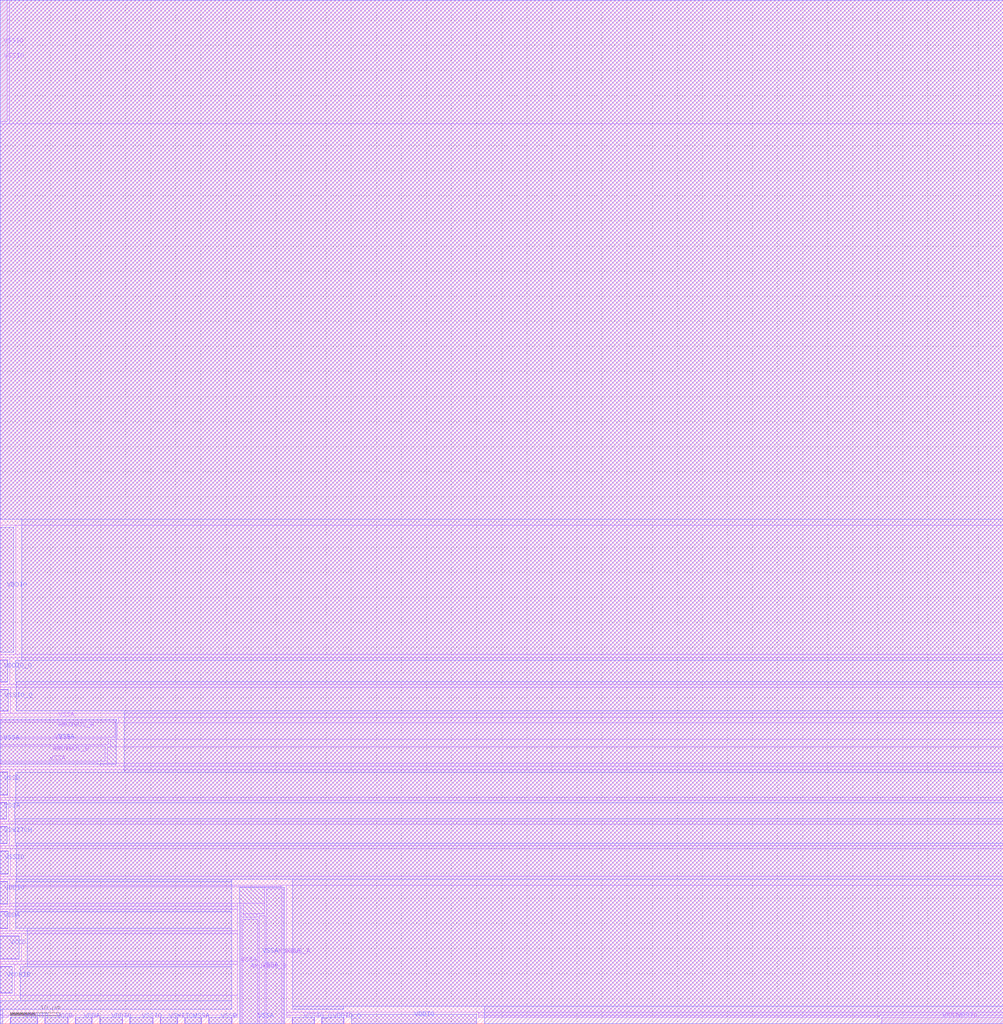
<source format=lef>
VERSION 5.7 ;
  NOWIREEXTENSIONATPIN ON ;
  DIVIDERCHAR "/" ;
  BUSBITCHARS "[]" ;
MACRO sky130_ef_io__corner_pad
  CLASS ENDCAP TOPRIGHT ;
  FOREIGN sky130_ef_io__corner_pad ;
  ORIGIN 0.000 0.000 ;
  SIZE 200.000 BY 204.000 ;
  PIN AMUXBUS_A
    DIRECTION INOUT ;
    USE SIGNAL ;
    PORT
      LAYER met4 ;
        RECT 0.000 57.125 22.910 60.105 ;
    END
    PORT
      LAYER met4 ;
        RECT 53.125 0.000 56.105 26.910 ;
    END
  END AMUXBUS_A
  PIN AMUXBUS_B
    DIRECTION INOUT ;
    USE SIGNAL ;
    PORT
      LAYER met4 ;
        RECT 0.000 52.365 20.935 55.345 ;
    END
    PORT
      LAYER met4 ;
        RECT 48.365 0.000 51.345 20.875 ;
    END
  END AMUXBUS_B
  PIN VSSA
    DIRECTION INOUT ;
    USE GROUND ;
    PORT
      LAYER met5 ;
        RECT 0.000 51.735 23.155 60.735 ;
    END
    PORT
      LAYER met5 ;
        RECT 0.630 56.020 0.640 56.030 ;
    END
    PORT
      LAYER met5 ;
        RECT 0.000 40.835 1.335 44.085 ;
    END
    PORT
      LAYER met4 ;
        RECT 0.000 51.735 19.575 52.065 ;
    END
    PORT
      LAYER met4 ;
        RECT 0.000 40.735 1.335 44.185 ;
    END
    PORT
      LAYER met4 ;
        RECT 0.000 55.645 21.550 56.825 ;
    END
    PORT
      LAYER met4 ;
        RECT 0.000 60.405 23.175 60.735 ;
    END
    PORT
      LAYER met5 ;
        RECT 36.840 0.000 40.085 1.270 ;
    END
    PORT
      LAYER met5 ;
        RECT 47.735 0.000 56.735 27.155 ;
    END
    PORT
      LAYER met5 ;
        RECT 51.285 0.630 51.295 0.640 ;
    END
    PORT
      LAYER met4 ;
        RECT 56.405 0.000 56.735 27.175 ;
    END
    PORT
      LAYER met4 ;
        RECT 51.645 0.000 52.825 21.555 ;
    END
    PORT
      LAYER met4 ;
        RECT 36.735 0.000 40.185 1.270 ;
    END
    PORT
      LAYER met4 ;
        RECT 47.735 0.000 48.065 23.575 ;
    END
  END VSSA
  PIN VDDA
    DIRECTION INOUT ;
    USE POWER ;
    PORT
      LAYER met5 ;
        RECT 0.000 19.035 1.470 22.285 ;
    END
    PORT
      LAYER met4 ;
        RECT 0.000 18.935 1.470 22.385 ;
    END
    PORT
      LAYER met5 ;
        RECT 15.035 0.000 18.285 1.255 ;
    END
    PORT
      LAYER met4 ;
        RECT 14.935 0.000 18.385 1.255 ;
    END
  END VDDA
  PIN VSWITCH
    DIRECTION INOUT ;
    USE POWER ;
    PORT
      LAYER met5 ;
        RECT 0.000 35.985 1.385 39.235 ;
    END
    PORT
      LAYER met4 ;
        RECT 0.000 35.885 1.385 39.335 ;
    END
    PORT
      LAYER met5 ;
        RECT 31.985 0.000 35.235 1.270 ;
    END
    PORT
      LAYER met4 ;
        RECT 31.885 0.000 35.335 1.270 ;
    END
  END VSWITCH
  PIN VDDIO_Q
    DIRECTION INOUT ;
    USE POWER ;
    PORT
      LAYER met5 ;
        RECT 0.000 68.185 1.480 72.435 ;
    END
    PORT
      LAYER met4 ;
        RECT 0.000 68.085 1.480 72.535 ;
    END
    PORT
      LAYER met5 ;
        RECT 64.185 0.000 68.435 1.270 ;
    END
    PORT
      LAYER met4 ;
        RECT 64.085 0.000 68.535 1.270 ;
    END
  END VDDIO_Q
  PIN VCCHIB
    DIRECTION INOUT ;
    USE POWER ;
    PORT
      LAYER met5 ;
        RECT 0.000 6.135 2.350 11.385 ;
    END
    PORT
      LAYER met4 ;
        RECT 0.000 6.035 2.350 11.485 ;
    END
    PORT
      LAYER met5 ;
        RECT 2.135 0.000 7.385 1.270 ;
    END
    PORT
      LAYER met4 ;
        RECT 2.035 0.000 7.485 1.270 ;
    END
  END VCCHIB
  PIN VDDIO
    DIRECTION INOUT ;
    USE POWER ;
    PORT
      LAYER met5 ;
        RECT 0.000 74.035 2.645 98.985 ;
    END
    PORT
      LAYER met5 ;
        RECT 0.000 23.885 1.525 28.335 ;
    END
    PORT
      LAYER met4 ;
        RECT 0.000 23.785 1.525 28.435 ;
    END
    PORT
      LAYER met4 ;
        RECT 0.000 74.035 2.645 99.000 ;
    END
    PORT
      LAYER met5 ;
        RECT 19.885 0.000 24.335 1.270 ;
    END
    PORT
      LAYER met5 ;
        RECT 70.035 0.000 94.985 1.855 ;
    END
    PORT
      LAYER met4 ;
        RECT 70.035 0.000 95.000 1.855 ;
    END
    PORT
      LAYER met4 ;
        RECT 19.785 0.000 24.435 1.270 ;
    END
  END VDDIO
  PIN VCCD
    DIRECTION INOUT ;
    USE POWER ;
    PORT
      LAYER met5 ;
        RECT 0.000 12.985 3.785 17.435 ;
    END
    PORT
      LAYER met4 ;
        RECT 0.000 12.885 3.785 17.535 ;
    END
    PORT
      LAYER met5 ;
        RECT 8.985 0.000 13.435 1.270 ;
    END
    PORT
      LAYER met4 ;
        RECT 8.885 0.000 13.535 1.270 ;
    END
  END VCCD
  PIN VSSIO
    DIRECTION INOUT ;
    USE GROUND ;
    PORT
      LAYER met5 ;
        RECT 0.000 29.935 1.600 34.385 ;
    END
    PORT
      LAYER met4 ;
        RECT 0.000 29.835 1.600 34.485 ;
    END
    PORT
      LAYER met4 ;
        RECT 0.000 179.785 1.435 204.000 ;
    END
    PORT
      LAYER met4 ;
        RECT 0.630 194.865 0.640 194.875 ;
    END
    PORT
      LAYER met5 ;
        RECT 25.935 0.000 30.385 1.270 ;
    END
    PORT
      LAYER met4 ;
        RECT 25.835 0.000 30.485 1.270 ;
    END
    PORT
      LAYER met4 ;
        RECT 175.785 0.000 200.000 1.270 ;
    END
    PORT
      LAYER met4 ;
        RECT 190.865 0.630 190.875 0.640 ;
    END
  END VSSIO
  PIN VSSD
    DIRECTION INOUT ;
    USE GROUND ;
    PORT
      LAYER met5 ;
        RECT 0.000 45.685 1.475 50.135 ;
    END
    PORT
      LAYER met4 ;
        RECT 0.000 45.585 1.475 50.235 ;
    END
    PORT
      LAYER met5 ;
        RECT 41.685 0.000 46.135 1.270 ;
    END
    PORT
      LAYER met4 ;
        RECT 41.585 0.000 46.235 1.270 ;
    END
  END VSSD
  PIN VSSIO_Q
    DIRECTION INOUT ;
    USE GROUND ;
    PORT
      LAYER met5 ;
        RECT 0.000 62.335 1.625 66.585 ;
    END
    PORT
      LAYER met4 ;
        RECT 0.000 62.235 1.625 66.685 ;
    END
    PORT
      LAYER met5 ;
        RECT 58.335 0.000 62.585 1.270 ;
    END
    PORT
      LAYER met4 ;
        RECT 58.235 0.000 62.685 1.270 ;
    END
  END VSSIO_Q
  OBS
      LAYER met4 ;
        RECT 1.835 179.385 200.000 204.000 ;
        RECT 0.000 99.400 200.000 179.385 ;
        RECT 3.045 73.635 200.000 99.400 ;
        RECT 0.000 72.935 200.000 73.635 ;
        RECT 1.880 67.685 200.000 72.935 ;
        RECT 0.000 67.085 200.000 67.685 ;
        RECT 2.025 61.835 200.000 67.085 ;
        RECT 0.000 61.135 200.000 61.835 ;
        RECT 23.575 60.005 200.000 61.135 ;
        RECT 23.310 56.725 200.000 60.005 ;
        RECT 21.950 55.245 200.000 56.725 ;
        RECT 21.335 51.965 200.000 55.245 ;
        RECT 19.975 51.335 200.000 51.965 ;
        RECT 0.000 50.635 200.000 51.335 ;
        RECT 1.875 45.185 200.000 50.635 ;
        RECT 0.000 44.585 200.000 45.185 ;
        RECT 1.735 40.335 200.000 44.585 ;
        RECT 0.000 39.735 200.000 40.335 ;
        RECT 1.785 35.485 200.000 39.735 ;
        RECT 0.000 34.885 200.000 35.485 ;
        RECT 2.000 29.435 200.000 34.885 ;
        RECT 0.000 28.835 200.000 29.435 ;
        RECT 1.925 27.575 200.000 28.835 ;
        RECT 1.925 27.310 56.005 27.575 ;
        RECT 1.925 23.975 52.725 27.310 ;
        RECT 1.925 23.385 47.335 23.975 ;
        RECT 0.000 22.785 47.335 23.385 ;
        RECT 1.870 18.535 47.335 22.785 ;
        RECT 48.465 21.955 52.725 23.975 ;
        RECT 48.465 21.275 51.245 21.955 ;
        RECT 0.000 17.935 47.335 18.535 ;
        RECT 4.185 12.485 47.335 17.935 ;
        RECT 0.000 11.885 47.335 12.485 ;
        RECT 2.750 5.635 47.335 11.885 ;
        RECT 0.000 1.670 47.335 5.635 ;
        RECT 0.000 1.255 1.635 1.670 ;
        RECT 7.885 1.255 8.485 1.670 ;
        RECT 13.935 1.655 19.385 1.670 ;
        RECT 13.935 1.255 14.535 1.655 ;
        RECT 18.785 1.255 19.385 1.655 ;
        RECT 24.835 1.255 25.435 1.670 ;
        RECT 30.885 1.255 31.485 1.670 ;
        RECT 35.735 1.255 36.335 1.670 ;
        RECT 40.585 1.255 41.185 1.670 ;
        RECT 46.635 1.255 47.335 1.670 ;
        RECT 57.135 2.255 200.000 27.575 ;
        RECT 57.135 1.670 69.635 2.255 ;
        RECT 57.135 1.255 57.835 1.670 ;
        RECT 63.085 1.255 63.685 1.670 ;
        RECT 68.935 1.255 69.635 1.670 ;
        RECT 95.400 1.670 200.000 2.255 ;
        RECT 95.400 1.255 175.385 1.670 ;
      LAYER met5 ;
        RECT 0.000 100.585 200.000 204.000 ;
        RECT 4.245 72.435 200.000 100.585 ;
        RECT 3.080 68.185 200.000 72.435 ;
        RECT 3.225 62.335 200.000 68.185 ;
        RECT 24.755 50.135 200.000 62.335 ;
        RECT 3.075 44.085 200.000 50.135 ;
        RECT 2.935 40.835 200.000 44.085 ;
        RECT 2.985 35.985 200.000 40.835 ;
        RECT 3.200 28.755 200.000 35.985 ;
        RECT 3.200 28.335 46.135 28.755 ;
        RECT 3.125 22.285 46.135 28.335 ;
        RECT 3.070 19.035 46.135 22.285 ;
        RECT 5.385 11.385 46.135 19.035 ;
        RECT 3.950 4.535 46.135 11.385 ;
        RECT 0.000 2.870 46.135 4.535 ;
        RECT 58.335 3.455 200.000 28.755 ;
        RECT 58.335 2.870 68.435 3.455 ;
        RECT 0.000 0.000 0.535 2.870 ;
        RECT 15.035 2.855 18.285 2.870 ;
        RECT 96.585 0.000 200.000 3.455 ;
  END
END sky130_ef_io__corner_pad
END LIBRARY


</source>
